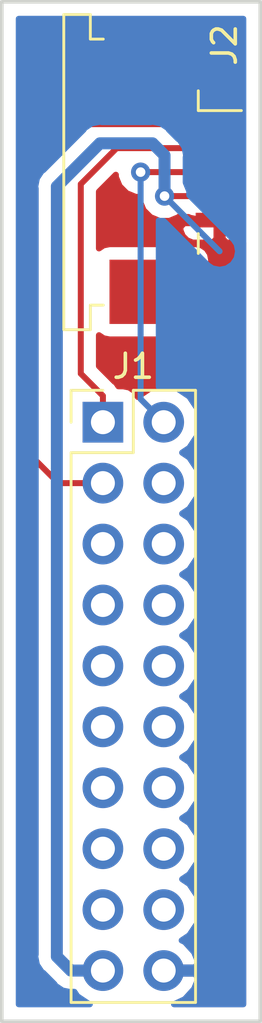
<source format=kicad_pcb>
(kicad_pcb (version 20171130) (host pcbnew "(5.0.2)-1")

  (general
    (thickness 1.6)
    (drawings 5)
    (tracks 29)
    (zones 0)
    (modules 2)
    (nets 6)
  )

  (page A4)
  (layers
    (0 F.Cu signal)
    (31 B.Cu signal)
    (32 B.Adhes user)
    (33 F.Adhes user)
    (34 B.Paste user)
    (35 F.Paste user)
    (36 B.SilkS user)
    (37 F.SilkS user)
    (38 B.Mask user)
    (39 F.Mask user)
    (40 Dwgs.User user)
    (41 Cmts.User user)
    (42 Eco1.User user)
    (43 Eco2.User user)
    (44 Edge.Cuts user)
    (45 Margin user)
    (46 B.CrtYd user)
    (47 F.CrtYd user)
    (48 B.Fab user hide)
    (49 F.Fab user hide)
  )

  (setup
    (last_trace_width 0.25)
    (trace_clearance 0.2)
    (zone_clearance 0.508)
    (zone_45_only no)
    (trace_min 0.2)
    (segment_width 0.2)
    (edge_width 0.15)
    (via_size 0.8)
    (via_drill 0.4)
    (via_min_size 0.4)
    (via_min_drill 0.3)
    (uvia_size 0.3)
    (uvia_drill 0.1)
    (uvias_allowed no)
    (uvia_min_size 0.2)
    (uvia_min_drill 0.1)
    (pcb_text_width 0.3)
    (pcb_text_size 1.5 1.5)
    (mod_edge_width 0.15)
    (mod_text_size 1 1)
    (mod_text_width 0.15)
    (pad_size 1.524 1.524)
    (pad_drill 0.762)
    (pad_to_mask_clearance 0.051)
    (solder_mask_min_width 0.25)
    (aux_axis_origin 0 0)
    (visible_elements 7FFFFFFF)
    (pcbplotparams
      (layerselection 0x010fc_ffffffff)
      (usegerberextensions false)
      (usegerberattributes false)
      (usegerberadvancedattributes false)
      (creategerberjobfile false)
      (excludeedgelayer true)
      (linewidth 0.100000)
      (plotframeref false)
      (viasonmask false)
      (mode 1)
      (useauxorigin false)
      (hpglpennumber 1)
      (hpglpenspeed 20)
      (hpglpendiameter 15.000000)
      (psnegative false)
      (psa4output false)
      (plotreference true)
      (plotvalue true)
      (plotinvisibletext false)
      (padsonsilk false)
      (subtractmaskfromsilk false)
      (outputformat 1)
      (mirror false)
      (drillshape 1)
      (scaleselection 1)
      (outputdirectory ""))
  )

  (net 0 "")
  (net 1 /TWI_SDA)
  (net 2 /GND)
  (net 3 /VDD)
  (net 4 /P0.02_AMP_OUT)
  (net 5 /TWI_CLK)

  (net_class Default "Ceci est la Netclass par défaut."
    (clearance 0.2)
    (trace_width 0.25)
    (via_dia 0.8)
    (via_drill 0.4)
    (uvia_dia 0.3)
    (uvia_drill 0.1)
    (add_net /GND)
    (add_net /P0.02_AMP_OUT)
    (add_net /TWI_CLK)
    (add_net /TWI_SDA)
    (add_net /VDD)
  )

  (module Pin_Headers:Pin_Header_Straight_2x10_Pitch2.54mm (layer F.Cu) (tedit 5EA07D5B) (tstamp 5EA37197)
    (at 68.725001 35.325001)
    (descr "Through hole straight pin header, 2x10, 2.54mm pitch, double rows")
    (tags "Through hole pin header THT 2x10 2.54mm double row")
    (path /5EA0C1E3)
    (fp_text reference J1 (at 1.27 -2.33) (layer F.SilkS)
      (effects (font (size 1 1) (thickness 0.15)))
    )
    (fp_text value Conn_02x10_Counter_Clockwise (at 1.27 25.19) (layer F.Fab) hide
      (effects (font (size 1 1) (thickness 0.15)))
    )
    (fp_text user %R (at 1.27 11.43 90) (layer F.Fab)
      (effects (font (size 1 1) (thickness 0.15)))
    )
    (fp_line (start 4.35 -1.8) (end -1.8 -1.8) (layer F.CrtYd) (width 0.05))
    (fp_line (start 4.35 24.65) (end 4.35 -1.8) (layer F.CrtYd) (width 0.05))
    (fp_line (start -1.8 24.65) (end 4.35 24.65) (layer F.CrtYd) (width 0.05))
    (fp_line (start -1.8 -1.8) (end -1.8 24.65) (layer F.CrtYd) (width 0.05))
    (fp_line (start -1.33 -1.33) (end 0 -1.33) (layer F.SilkS) (width 0.12))
    (fp_line (start -1.33 0) (end -1.33 -1.33) (layer F.SilkS) (width 0.12))
    (fp_line (start 1.27 -1.33) (end 3.87 -1.33) (layer F.SilkS) (width 0.12))
    (fp_line (start 1.27 1.27) (end 1.27 -1.33) (layer F.SilkS) (width 0.12))
    (fp_line (start -1.33 1.27) (end 1.27 1.27) (layer F.SilkS) (width 0.12))
    (fp_line (start 3.87 -1.33) (end 3.87 24.19) (layer F.SilkS) (width 0.12))
    (fp_line (start -1.33 1.27) (end -1.33 24.19) (layer F.SilkS) (width 0.12))
    (fp_line (start -1.33 24.19) (end 3.87 24.19) (layer F.SilkS) (width 0.12))
    (fp_line (start -1.27 0) (end 0 -1.27) (layer F.Fab) (width 0.1))
    (fp_line (start -1.27 24.13) (end -1.27 0) (layer F.Fab) (width 0.1))
    (fp_line (start 3.81 24.13) (end -1.27 24.13) (layer F.Fab) (width 0.1))
    (fp_line (start 3.81 -1.27) (end 3.81 24.13) (layer F.Fab) (width 0.1))
    (fp_line (start 0 -1.27) (end 3.81 -1.27) (layer F.Fab) (width 0.1))
    (pad 20 thru_hole oval (at 2.54 22.86) (size 1.7 1.7) (drill 1) (layers *.Cu *.Mask)
      (net 2 /GND))
    (pad 19 thru_hole oval (at 0 22.86) (size 1.7 1.7) (drill 1) (layers *.Cu *.Mask)
      (net 3 /VDD))
    (pad 18 thru_hole oval (at 2.54 20.32) (size 1.7 1.7) (drill 1) (layers *.Cu *.Mask))
    (pad 17 thru_hole oval (at 0 20.32) (size 1.7 1.7) (drill 1) (layers *.Cu *.Mask))
    (pad 16 thru_hole oval (at 2.54 17.78) (size 1.7 1.7) (drill 1) (layers *.Cu *.Mask))
    (pad 15 thru_hole oval (at 0 17.78) (size 1.7 1.7) (drill 1) (layers *.Cu *.Mask))
    (pad 14 thru_hole oval (at 2.54 15.24) (size 1.7 1.7) (drill 1) (layers *.Cu *.Mask))
    (pad 13 thru_hole oval (at 0 15.24) (size 1.7 1.7) (drill 1) (layers *.Cu *.Mask))
    (pad 12 thru_hole oval (at 2.54 12.7) (size 1.7 1.7) (drill 1) (layers *.Cu *.Mask))
    (pad 11 thru_hole oval (at 0 12.7) (size 1.7 1.7) (drill 1) (layers *.Cu *.Mask))
    (pad 10 thru_hole oval (at 2.54 10.16) (size 1.7 1.7) (drill 1) (layers *.Cu *.Mask))
    (pad 9 thru_hole oval (at 0 10.16) (size 1.7 1.7) (drill 1) (layers *.Cu *.Mask))
    (pad 8 thru_hole oval (at 2.54 7.62) (size 1.7 1.7) (drill 1) (layers *.Cu *.Mask))
    (pad 7 thru_hole oval (at 0 7.62) (size 1.7 1.7) (drill 1) (layers *.Cu *.Mask))
    (pad 6 thru_hole oval (at 2.54 5.08) (size 1.7 1.7) (drill 1) (layers *.Cu *.Mask))
    (pad 5 thru_hole oval (at 0 5.08) (size 1.7 1.7) (drill 1) (layers *.Cu *.Mask))
    (pad 4 thru_hole oval (at 2.54 2.54) (size 1.7 1.7) (drill 1) (layers *.Cu *.Mask))
    (pad 3 thru_hole oval (at 0 2.54) (size 1.7 1.7) (drill 1) (layers *.Cu *.Mask)
      (net 4 /P0.02_AMP_OUT))
    (pad 2 thru_hole oval (at 2.54 0) (size 1.7 1.7) (drill 1) (layers *.Cu *.Mask)
      (net 1 /TWI_SDA))
    (pad 1 thru_hole rect (at 0 0) (size 1.7 1.7) (drill 1) (layers *.Cu *.Mask)
      (net 5 /TWI_CLK))
    (model ${KISYS3DMOD}/perso.3dshapes/BDL-110-G-E.stp
      (offset (xyz 1.25 -11.4 -3))
      (scale (xyz 1 1 1))
      (rotate (xyz -90 0 90))
    )
  )

  (module Connector_FFC-FPC:TE_84952-5_1x05-1MP_P1.0mm_Horizontal (layer F.Cu) (tedit 5AEE14E3) (tstamp 5EA3711A)
    (at 71.8 24.9 270)
    (descr "TE FPC connector, 05 bottom-side contacts, 1.0mm pitch, 1.0mm height, SMT, http://www.te.com/commerce/DocumentDelivery/DDEController?Action=srchrtrv&DocNm=84952&DocType=Customer+Drawing&DocLang=English&DocFormat=pdf&PartCntxt=84952-4")
    (tags "te fpc 84952")
    (path /5EA0C183)
    (attr smd)
    (fp_text reference J2 (at -5.3 -2 270) (layer F.SilkS)
      (effects (font (size 1 1) (thickness 0.15)))
    )
    (fp_text value Conn_01x05 (at 0 7.7 270) (layer F.Fab)
      (effects (font (size 1 1) (thickness 0.15)))
    )
    (fp_line (start -5.435 -0.8) (end 5.435 -0.8) (layer F.Fab) (width 0.1))
    (fp_line (start 5.435 -0.8) (end 5.435 3.71) (layer F.Fab) (width 0.1))
    (fp_line (start 5.435 3.71) (end 6.46 3.71) (layer F.Fab) (width 0.1))
    (fp_line (start 6.46 3.71) (end 6.46 4.6) (layer F.Fab) (width 0.1))
    (fp_line (start 6.46 4.6) (end -6.46 4.6) (layer F.Fab) (width 0.1))
    (fp_line (start -6.46 4.6) (end -6.46 3.71) (layer F.Fab) (width 0.1))
    (fp_line (start -6.46 3.71) (end -5.435 3.71) (layer F.Fab) (width 0.1))
    (fp_line (start -5.435 3.71) (end -5.435 -0.8) (layer F.Fab) (width 0.1))
    (fp_line (start -2.5 -0.8) (end -2 0.2) (layer F.Fab) (width 0.1))
    (fp_line (start -2 0.2) (end -1.5 -0.8) (layer F.Fab) (width 0.1))
    (fp_line (start 5.435 4.6) (end 5.435 5.61) (layer F.Fab) (width 0.1))
    (fp_line (start 5.435 5.61) (end 6.46 5.61) (layer F.Fab) (width 0.1))
    (fp_line (start 6.46 5.61) (end 6.46 6.5) (layer F.Fab) (width 0.1))
    (fp_line (start 6.46 6.5) (end -6.46 6.5) (layer F.Fab) (width 0.1))
    (fp_line (start -6.46 6.5) (end -6.46 5.61) (layer F.Fab) (width 0.1))
    (fp_line (start -6.46 5.61) (end -5.435 5.61) (layer F.Fab) (width 0.1))
    (fp_line (start -5.435 5.61) (end -5.435 4.6) (layer F.Fab) (width 0.1))
    (fp_line (start 5.545 3.06) (end 5.545 3.6) (layer F.SilkS) (width 0.12))
    (fp_line (start 5.545 3.6) (end 6.57 3.6) (layer F.SilkS) (width 0.12))
    (fp_line (start 6.57 3.6) (end 6.57 4.71) (layer F.SilkS) (width 0.12))
    (fp_line (start 6.57 4.71) (end -6.57 4.71) (layer F.SilkS) (width 0.12))
    (fp_line (start -6.57 4.71) (end -6.57 3.6) (layer F.SilkS) (width 0.12))
    (fp_line (start -6.57 3.6) (end -5.545 3.6) (layer F.SilkS) (width 0.12))
    (fp_line (start -5.545 3.6) (end -5.545 3.06) (layer F.SilkS) (width 0.12))
    (fp_line (start -3.39 -0.91) (end -2.565 -0.91) (layer F.SilkS) (width 0.12))
    (fp_line (start -2.565 -0.91) (end -2.565 -2.71) (layer F.SilkS) (width 0.12))
    (fp_line (start 2.565 -0.91) (end 3.39 -0.91) (layer F.SilkS) (width 0.12))
    (fp_line (start -6.96 -3.3) (end -6.96 7) (layer F.CrtYd) (width 0.05))
    (fp_line (start -6.96 7) (end 6.96 7) (layer F.CrtYd) (width 0.05))
    (fp_line (start 6.96 7) (end 6.96 -3.3) (layer F.CrtYd) (width 0.05))
    (fp_line (start 6.96 -3.3) (end -6.96 -3.3) (layer F.CrtYd) (width 0.05))
    (fp_text user %R (at 0 1.9 270) (layer F.Fab)
      (effects (font (size 1 1) (thickness 0.15)))
    )
    (pad 1 smd rect (at -2 -1.8 270) (size 0.61 2) (layers F.Cu F.Paste F.Mask)
      (net 4 /P0.02_AMP_OUT))
    (pad 2 smd rect (at -1 -1.8 270) (size 0.61 2) (layers F.Cu F.Paste F.Mask)
      (net 5 /TWI_CLK))
    (pad 3 smd rect (at 0 -1.8 270) (size 0.61 2) (layers F.Cu F.Paste F.Mask)
      (net 1 /TWI_SDA))
    (pad 4 smd rect (at 1 -1.8 270) (size 0.61 2) (layers F.Cu F.Paste F.Mask)
      (net 3 /VDD))
    (pad 5 smd rect (at 2 -1.8 270) (size 0.61 2) (layers F.Cu F.Paste F.Mask)
      (net 2 /GND))
    (pad MP smd rect (at -4.99 1 270) (size 2.68 3.6) (layers F.Cu F.Paste F.Mask))
    (pad MP smd rect (at 4.99 1 270) (size 2.68 3.6) (layers F.Cu F.Paste F.Mask))
    (model ${KISYS3DMOD}/Connector_FFC-FPC.3dshapes/TE_84952-5_1x05-1MP_P1.0mm_Horizontal.wrl
      (at (xyz 0 0 0))
      (scale (xyz 1 1 1))
      (rotate (xyz 0 0 0))
    )
    (model ${KISYS3DMOD}/perso.3dshapes/ZF1-05-01-T-WT.stp
      (offset (xyz 0 -4.7 1.6))
      (scale (xyz 1 1 1))
      (rotate (xyz -90 0 0))
    )
  )

  (gr_line (start 64.5 60.3) (end 75.3 60.3) (layer Edge.Cuts) (width 0.15))
  (gr_line (start 64.5 17.8) (end 64.5 60.3) (layer Edge.Cuts) (width 0.15))
  (gr_line (start 75.3 60.2) (end 75.3 60.3) (layer Edge.Cuts) (width 0.15))
  (gr_line (start 75.3 17.8) (end 75.3 60.2) (layer Edge.Cuts) (width 0.15))
  (gr_line (start 64.5 17.8) (end 75.3 17.8) (layer Edge.Cuts) (width 0.15))

  (via (at 70.3 24.9) (size 0.8) (drill 0.4) (layers F.Cu B.Cu) (net 1))
  (segment (start 73.6 24.9) (end 70.3 24.9) (width 0.25) (layer F.Cu) (net 1) (status 10))
  (segment (start 71.265001 35.325001) (end 70.3 34.36) (width 0.25) (layer B.Cu) (net 1))
  (segment (start 70.3 25.465685) (end 70.3 24.9) (width 0.25) (layer B.Cu) (net 1))
  (segment (start 70.3 34.36) (end 70.3 25.465685) (width 0.25) (layer B.Cu) (net 1))
  (segment (start 73.6 26.9) (end 73.6 45.8) (width 0.25) (layer F.Cu) (net 2) (status 10))
  (segment (start 73.6 45.8) (end 73.6 57.3) (width 0.25) (layer F.Cu) (net 2))
  (segment (start 72.714999 58.185001) (end 71.265001 58.185001) (width 0.25) (layer F.Cu) (net 2))
  (segment (start 73.6 57.3) (end 72.714999 58.185001) (width 0.25) (layer F.Cu) (net 2))
  (via (at 71.3 25.9) (size 0.8) (drill 0.4) (layers F.Cu B.Cu) (net 3))
  (segment (start 73.6 25.9) (end 71.3 25.9) (width 0.25) (layer F.Cu) (net 3) (status 10))
  (segment (start 71.3 25.9) (end 73.6 28.2) (width 0.25) (layer B.Cu) (net 3))
  (segment (start 68.725001 58.185001) (end 67.385001 58.185001) (width 0.5) (layer B.Cu) (net 3))
  (segment (start 67.385001 58.185001) (end 66.8 57.6) (width 0.5) (layer B.Cu) (net 3))
  (segment (start 66.8 57.6) (end 66.8 25.5) (width 0.5) (layer B.Cu) (net 3))
  (segment (start 66.8 25.5) (end 68.6 23.7) (width 0.5) (layer B.Cu) (net 3))
  (segment (start 68.6 23.7) (end 70.8 23.7) (width 0.5) (layer B.Cu) (net 3))
  (segment (start 71.3 24.2) (end 71.3 25.9) (width 0.5) (layer B.Cu) (net 3))
  (segment (start 70.8 23.7) (end 71.3 24.2) (width 0.5) (layer B.Cu) (net 3))
  (segment (start 66.865001 37.865001) (end 68.725001 37.865001) (width 0.25) (layer F.Cu) (net 4))
  (segment (start 65.8 36.8) (end 66.865001 37.865001) (width 0.25) (layer F.Cu) (net 4))
  (segment (start 65.8 25.1) (end 65.8 36.8) (width 0.25) (layer F.Cu) (net 4))
  (segment (start 73.6 22.9) (end 68 22.9) (width 0.25) (layer F.Cu) (net 4))
  (segment (start 68 22.9) (end 65.8 25.1) (width 0.25) (layer F.Cu) (net 4))
  (segment (start 68.725001 34.225001) (end 67.8 33.3) (width 0.25) (layer F.Cu) (net 5))
  (segment (start 68.725001 35.325001) (end 68.725001 34.225001) (width 0.25) (layer F.Cu) (net 5) (status 10))
  (segment (start 67.8 33.3) (end 67.8 25.4) (width 0.25) (layer F.Cu) (net 5))
  (segment (start 69.3 23.9) (end 73.6 23.9) (width 0.25) (layer F.Cu) (net 5) (status 20))
  (segment (start 67.8 25.4) (end 69.3 23.9) (width 0.25) (layer F.Cu) (net 5))

  (zone (net 2) (net_name /GND) (layer B.Cu) (tstamp 0) (hatch edge 0.508)
    (connect_pads (clearance 0.508))
    (min_thickness 0.254)
    (fill yes (arc_segments 16) (thermal_gap 0.508) (thermal_bridge_width 0.508))
    (polygon
      (pts
        (xy 64.6 17.9) (xy 75.2 17.9) (xy 75.2 60.2) (xy 64.6 60.2)
      )
    )
    (filled_polygon
      (pts
        (xy 74.590001 59.59) (xy 71.699587 59.59) (xy 72.146359 59.380184) (xy 72.536646 58.951925) (xy 72.706477 58.541891)
        (xy 72.585156 58.312001) (xy 71.392001 58.312001) (xy 71.392001 58.332001) (xy 71.138001 58.332001) (xy 71.138001 58.312001)
        (xy 71.118001 58.312001) (xy 71.118001 58.058001) (xy 71.138001 58.058001) (xy 71.138001 58.038001) (xy 71.392001 58.038001)
        (xy 71.392001 58.058001) (xy 72.585156 58.058001) (xy 72.706477 57.828111) (xy 72.536646 57.418077) (xy 72.146359 56.989818)
        (xy 72.016523 56.928844) (xy 72.335626 56.715626) (xy 72.66384 56.224419) (xy 72.779093 55.645001) (xy 72.66384 55.065583)
        (xy 72.335626 54.574376) (xy 72.03724 54.375001) (xy 72.335626 54.175626) (xy 72.66384 53.684419) (xy 72.779093 53.105001)
        (xy 72.66384 52.525583) (xy 72.335626 52.034376) (xy 72.03724 51.835001) (xy 72.335626 51.635626) (xy 72.66384 51.144419)
        (xy 72.779093 50.565001) (xy 72.66384 49.985583) (xy 72.335626 49.494376) (xy 72.03724 49.295001) (xy 72.335626 49.095626)
        (xy 72.66384 48.604419) (xy 72.779093 48.025001) (xy 72.66384 47.445583) (xy 72.335626 46.954376) (xy 72.03724 46.755001)
        (xy 72.335626 46.555626) (xy 72.66384 46.064419) (xy 72.779093 45.485001) (xy 72.66384 44.905583) (xy 72.335626 44.414376)
        (xy 72.03724 44.215001) (xy 72.335626 44.015626) (xy 72.66384 43.524419) (xy 72.779093 42.945001) (xy 72.66384 42.365583)
        (xy 72.335626 41.874376) (xy 72.03724 41.675001) (xy 72.335626 41.475626) (xy 72.66384 40.984419) (xy 72.779093 40.405001)
        (xy 72.66384 39.825583) (xy 72.335626 39.334376) (xy 72.03724 39.135001) (xy 72.335626 38.935626) (xy 72.66384 38.444419)
        (xy 72.779093 37.865001) (xy 72.66384 37.285583) (xy 72.335626 36.794376) (xy 72.03724 36.595001) (xy 72.335626 36.395626)
        (xy 72.66384 35.904419) (xy 72.779093 35.325001) (xy 72.66384 34.745583) (xy 72.335626 34.254376) (xy 71.844419 33.926162)
        (xy 71.411257 33.840001) (xy 71.118745 33.840001) (xy 71.06 33.851686) (xy 71.06 26.920865) (xy 71.094126 26.935)
        (xy 71.260199 26.935) (xy 73.115527 28.790329) (xy 73.303462 28.915903) (xy 73.599999 28.974888) (xy 73.896537 28.915903)
        (xy 74.147929 28.747929) (xy 74.315903 28.496537) (xy 74.374888 28.199999) (xy 74.315903 27.903462) (xy 74.190329 27.715527)
        (xy 72.335 25.860199) (xy 72.335 25.694126) (xy 72.185 25.331993) (xy 72.185 24.287161) (xy 72.202337 24.2)
        (xy 72.185 24.112839) (xy 72.185 24.112835) (xy 72.133652 23.85469) (xy 71.938049 23.561951) (xy 71.864154 23.512576)
        (xy 71.487425 23.135847) (xy 71.438049 23.061951) (xy 71.14531 22.866348) (xy 70.887165 22.815) (xy 70.887161 22.815)
        (xy 70.8 22.797663) (xy 70.712839 22.815) (xy 68.687159 22.815) (xy 68.599999 22.797663) (xy 68.512839 22.815)
        (xy 68.512835 22.815) (xy 68.25469 22.866348) (xy 68.254688 22.866349) (xy 68.254689 22.866349) (xy 68.035845 23.012576)
        (xy 68.035844 23.012577) (xy 67.961951 23.061951) (xy 67.912577 23.135844) (xy 66.235845 24.812577) (xy 66.161952 24.861951)
        (xy 66.112578 24.935844) (xy 66.112576 24.935846) (xy 65.966348 25.154691) (xy 65.897663 25.5) (xy 65.915001 25.587166)
        (xy 65.915 57.512839) (xy 65.897663 57.6) (xy 65.915 57.687161) (xy 65.915 57.687164) (xy 65.966348 57.945309)
        (xy 66.161951 58.238049) (xy 66.235846 58.287425) (xy 66.697578 58.749157) (xy 66.746952 58.82305) (xy 66.820845 58.872424)
        (xy 66.820846 58.872425) (xy 66.931881 58.946616) (xy 67.039691 59.018653) (xy 67.297836 59.070001) (xy 67.29784 59.070001)
        (xy 67.385 59.087338) (xy 67.47216 59.070001) (xy 67.530345 59.070001) (xy 67.654376 59.255626) (xy 68.145583 59.58384)
        (xy 68.176552 59.59) (xy 65.21 59.59) (xy 65.21 18.51) (xy 74.59 18.51)
      )
    )
  )
  (zone (net 2) (net_name /GND) (layer F.Cu) (tstamp 5EA37362) (hatch edge 0.508)
    (connect_pads (clearance 0.508))
    (min_thickness 0.254)
    (fill yes (arc_segments 16) (thermal_gap 0.508) (thermal_bridge_width 0.508))
    (polygon
      (pts
        (xy 64.6 17.9) (xy 75.2 17.9) (xy 75.2 60.2) (xy 64.6 60.2)
      )
    )
    (filled_polygon
      (pts
        (xy 69.265 25.105874) (xy 69.422569 25.48628) (xy 69.71372 25.777431) (xy 70.094126 25.935) (xy 70.265 25.935)
        (xy 70.265 26.105874) (xy 70.422569 26.48628) (xy 70.71372 26.777431) (xy 71.094126 26.935) (xy 71.505874 26.935)
        (xy 71.88628 26.777431) (xy 72.003711 26.66) (xy 72.01075 26.66) (xy 72.12375 26.773) (xy 72.307102 26.773)
        (xy 72.352235 26.803157) (xy 72.6 26.85244) (xy 73.747 26.85244) (xy 73.747 27.027) (xy 73.727 27.027)
        (xy 73.727 27.68125) (xy 73.88575 27.84) (xy 74.59 27.84) (xy 74.590001 59.59) (xy 71.699587 59.59)
        (xy 72.146359 59.380184) (xy 72.536646 58.951925) (xy 72.706477 58.541891) (xy 72.585156 58.312001) (xy 71.392001 58.312001)
        (xy 71.392001 58.332001) (xy 71.138001 58.332001) (xy 71.138001 58.312001) (xy 71.118001 58.312001) (xy 71.118001 58.058001)
        (xy 71.138001 58.058001) (xy 71.138001 58.038001) (xy 71.392001 58.038001) (xy 71.392001 58.058001) (xy 72.585156 58.058001)
        (xy 72.706477 57.828111) (xy 72.536646 57.418077) (xy 72.146359 56.989818) (xy 72.016523 56.928844) (xy 72.335626 56.715626)
        (xy 72.66384 56.224419) (xy 72.779093 55.645001) (xy 72.66384 55.065583) (xy 72.335626 54.574376) (xy 72.03724 54.375001)
        (xy 72.335626 54.175626) (xy 72.66384 53.684419) (xy 72.779093 53.105001) (xy 72.66384 52.525583) (xy 72.335626 52.034376)
        (xy 72.03724 51.835001) (xy 72.335626 51.635626) (xy 72.66384 51.144419) (xy 72.779093 50.565001) (xy 72.66384 49.985583)
        (xy 72.335626 49.494376) (xy 72.03724 49.295001) (xy 72.335626 49.095626) (xy 72.66384 48.604419) (xy 72.779093 48.025001)
        (xy 72.66384 47.445583) (xy 72.335626 46.954376) (xy 72.03724 46.755001) (xy 72.335626 46.555626) (xy 72.66384 46.064419)
        (xy 72.779093 45.485001) (xy 72.66384 44.905583) (xy 72.335626 44.414376) (xy 72.03724 44.215001) (xy 72.335626 44.015626)
        (xy 72.66384 43.524419) (xy 72.779093 42.945001) (xy 72.66384 42.365583) (xy 72.335626 41.874376) (xy 72.03724 41.675001)
        (xy 72.335626 41.475626) (xy 72.66384 40.984419) (xy 72.779093 40.405001) (xy 72.66384 39.825583) (xy 72.335626 39.334376)
        (xy 72.03724 39.135001) (xy 72.335626 38.935626) (xy 72.66384 38.444419) (xy 72.779093 37.865001) (xy 72.66384 37.285583)
        (xy 72.335626 36.794376) (xy 72.03724 36.595001) (xy 72.335626 36.395626) (xy 72.66384 35.904419) (xy 72.779093 35.325001)
        (xy 72.66384 34.745583) (xy 72.335626 34.254376) (xy 71.844419 33.926162) (xy 71.411257 33.840001) (xy 71.118745 33.840001)
        (xy 70.685583 33.926162) (xy 70.194376 34.254376) (xy 70.182185 34.27262) (xy 70.173158 34.227236) (xy 70.03281 34.017192)
        (xy 69.822766 33.876844) (xy 69.575001 33.827561) (xy 69.373484 33.827561) (xy 69.27293 33.677072) (xy 69.209474 33.634672)
        (xy 68.56 32.985199) (xy 68.56 31.699709) (xy 68.752235 31.828157) (xy 69 31.87744) (xy 72.6 31.87744)
        (xy 72.847765 31.828157) (xy 73.057809 31.687809) (xy 73.198157 31.477765) (xy 73.24744 31.23) (xy 73.24744 28.55)
        (xy 73.198157 28.302235) (xy 73.057809 28.092191) (xy 72.847765 27.951843) (xy 72.6 27.90256) (xy 69 27.90256)
        (xy 68.752235 27.951843) (xy 68.56 28.080291) (xy 68.56 27.18575) (xy 71.965 27.18575) (xy 71.965 27.331309)
        (xy 72.061673 27.564698) (xy 72.240301 27.743327) (xy 72.47369 27.84) (xy 73.31425 27.84) (xy 73.473 27.68125)
        (xy 73.473 27.027) (xy 72.12375 27.027) (xy 71.965 27.18575) (xy 68.56 27.18575) (xy 68.56 25.714801)
        (xy 69.265 25.009802)
      )
    )
  )
)

</source>
